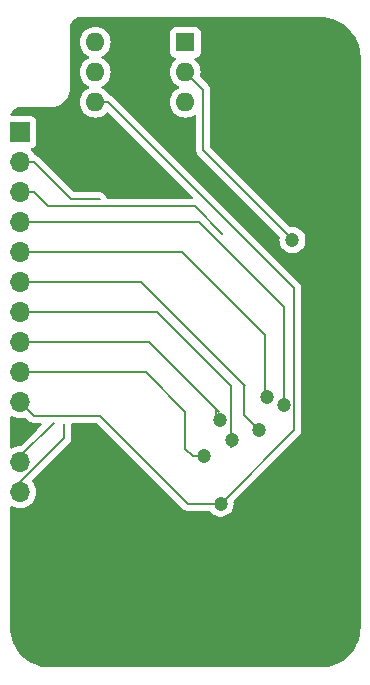
<source format=gbr>
%TF.GenerationSoftware,KiCad,Pcbnew,8.0.4-8.0.4-0~ubuntu22.04.1*%
%TF.CreationDate,2024-08-06T20:40:26+03:00*%
%TF.ProjectId,PM-ESPC3,504d2d45-5350-4433-932e-6b696361645f,rev?*%
%TF.SameCoordinates,Original*%
%TF.FileFunction,Copper,L2,Bot*%
%TF.FilePolarity,Positive*%
%FSLAX46Y46*%
G04 Gerber Fmt 4.6, Leading zero omitted, Abs format (unit mm)*
G04 Created by KiCad (PCBNEW 8.0.4-8.0.4-0~ubuntu22.04.1) date 2024-08-06 20:40:26*
%MOMM*%
%LPD*%
G01*
G04 APERTURE LIST*
%TA.AperFunction,ComponentPad*%
%ADD10O,1.000000X1.700000*%
%TD*%
%TA.AperFunction,ComponentPad*%
%ADD11R,1.600000X1.600000*%
%TD*%
%TA.AperFunction,ComponentPad*%
%ADD12O,1.600000X1.600000*%
%TD*%
%TA.AperFunction,ComponentPad*%
%ADD13R,1.700000X1.700000*%
%TD*%
%TA.AperFunction,ComponentPad*%
%ADD14O,1.700000X1.700000*%
%TD*%
%TA.AperFunction,ViaPad*%
%ADD15C,1.200000*%
%TD*%
%TA.AperFunction,Conductor*%
%ADD16C,0.200000*%
%TD*%
G04 APERTURE END LIST*
D10*
%TO.P,J1,5,GND*%
%TO.N,GND*%
X83820029Y-71119992D03*
X78170027Y-71119992D03*
%TD*%
D11*
%TO.P,SW3,1*%
%TO.N,/A1*%
X73660000Y-71120000D03*
D12*
%TO.P,SW3,2*%
%TO.N,/A2*%
X73660000Y-73660000D03*
%TO.P,SW3,3*%
%TO.N,/A3*%
X73660000Y-76200000D03*
%TO.P,SW3,4*%
%TO.N,+3.3V*%
X66040000Y-76200000D03*
%TO.P,SW3,5*%
X66040000Y-73660000D03*
%TO.P,SW3,6*%
X66040000Y-71120000D03*
%TD*%
D13*
%TO.P,J2,1,Pin_1*%
%TO.N,unconnected-(J2-Pin_1-Pad1)*%
X59690000Y-78740000D03*
D14*
%TO.P,J2,2,Pin_2*%
%TO.N,/GPIO2*%
X59690000Y-81280000D03*
%TO.P,J2,3,Pin_3*%
%TO.N,/GPIO3*%
X59690000Y-83820000D03*
%TO.P,J2,4,Pin_4*%
%TO.N,/GPIO9*%
X59690000Y-86360000D03*
%TO.P,J2,5,Pin_5*%
%TO.N,/GPIO8*%
X59690000Y-88900000D03*
%TO.P,J2,6,Pin_6*%
%TO.N,/GPIO7*%
X59690000Y-91440000D03*
%TO.P,J2,7,Pin_7*%
%TO.N,/GPIO6*%
X59690000Y-93980000D03*
%TO.P,J2,8,Pin_8*%
%TO.N,/GPIO5*%
X59690000Y-96520000D03*
%TO.P,J2,9,Pin_9*%
%TO.N,/GPIO4*%
X59690000Y-99060000D03*
%TO.P,J2,10,Pin_10*%
%TO.N,+3.3V*%
X59690000Y-101600000D03*
%TO.P,J2,11,Pin_11*%
%TO.N,GND*%
X59690000Y-104140000D03*
%TO.P,J2,12,Pin_12*%
%TO.N,/SDA*%
X59690000Y-106680000D03*
%TO.P,J2,13,Pin_13*%
%TO.N,/SCL*%
X59690000Y-109220000D03*
%TD*%
D13*
%TO.P,J3,1,Pin_1*%
%TO.N,GND*%
X86360000Y-119380000D03*
%TD*%
D15*
%TO.N,GND*%
X68580000Y-119380000D03*
X63500000Y-116840000D03*
X86360000Y-106680000D03*
X78740000Y-78740000D03*
X83820000Y-78740000D03*
%TO.N,/GPIO6*%
X77619900Y-104824500D03*
%TO.N,/GPIO5*%
X76575700Y-103108000D03*
%TO.N,/GPIO7*%
X79881800Y-103920000D03*
%TO.N,/GPIO4*%
X75229400Y-106189700D03*
%TO.N,/A2*%
X82732500Y-87860800D03*
%TO.N,/GPIO9*%
X81991700Y-101849800D03*
%TO.N,/GPIO8*%
X80591200Y-101172900D03*
%TO.N,+3.3V*%
X76649000Y-110194400D03*
%TD*%
D16*
%TO.N,/GPIO6*%
X77491900Y-100195000D02*
X77491900Y-104904100D01*
X71277400Y-93980000D02*
X77491900Y-100195000D01*
X59690000Y-93980000D02*
X71277400Y-93980000D01*
X77491900Y-104904100D02*
X77491900Y-105375000D01*
X77540300Y-104904100D02*
X77619900Y-104824500D01*
X77491900Y-104904100D02*
X77540300Y-104904100D01*
%TO.N,/SDA*%
X59690000Y-106189000D02*
X62503700Y-103375000D01*
X59690000Y-106680000D02*
X59690000Y-106189000D01*
%TO.N,/GPIO5*%
X76265600Y-102184000D02*
X76476800Y-102395000D01*
X70601400Y-96520000D02*
X76265600Y-102184000D01*
X59690000Y-96520000D02*
X70601400Y-96520000D01*
X76265600Y-102184000D02*
X76265600Y-102563000D01*
X76265600Y-102797900D02*
X76575700Y-103108000D01*
X76265600Y-102563000D02*
X76265600Y-102797900D01*
%TO.N,/GPIO7*%
X69923300Y-91440000D02*
X78664100Y-100181000D01*
X59690000Y-91440000D02*
X69923300Y-91440000D01*
X78664100Y-100181000D02*
X78739100Y-100256000D01*
X78664100Y-100181000D02*
X78664100Y-100321000D01*
X78664100Y-102702300D02*
X79881800Y-103920000D01*
X78664100Y-100321000D02*
X78664100Y-102702300D01*
%TO.N,/SCL*%
X63396600Y-104650000D02*
X63396600Y-103421000D01*
X59690000Y-108356000D02*
X63396600Y-104650000D01*
X59690000Y-109220000D02*
X59690000Y-108356000D01*
%TO.N,/GPIO3*%
X74474600Y-85018700D02*
X76785000Y-87329100D01*
X62040400Y-85018700D02*
X74474600Y-85018700D01*
X60841700Y-83820000D02*
X62040400Y-85018700D01*
X59690000Y-83820000D02*
X60841700Y-83820000D01*
%TO.N,/GPIO4*%
X73660100Y-102425000D02*
X73660100Y-105545000D01*
X73658500Y-102423000D02*
X73660100Y-102425000D01*
X70295500Y-99060000D02*
X73658500Y-102423000D01*
X59690000Y-99060000D02*
X70295500Y-99060000D01*
X74304800Y-106189700D02*
X75229400Y-106189700D01*
X73660100Y-105545000D02*
X74304800Y-106189700D01*
%TO.N,/GPIO2*%
X66076100Y-84415700D02*
X66413700Y-84415700D01*
X66074800Y-84417000D02*
X66076100Y-84415700D01*
X63978700Y-84417000D02*
X66074800Y-84417000D01*
X60841700Y-81280000D02*
X63978700Y-84417000D01*
X59690000Y-81280000D02*
X60841700Y-81280000D01*
X66074800Y-84417000D02*
X66185400Y-84417000D01*
%TO.N,/A2*%
X75184000Y-80265500D02*
X82583500Y-87665000D01*
X75184000Y-75184000D02*
X75184000Y-80265500D01*
X73660000Y-73660000D02*
X75184000Y-75184000D01*
X82583500Y-87711800D02*
X82583500Y-87665000D01*
X82732500Y-87860800D02*
X82583500Y-87711800D01*
%TO.N,/GPIO9*%
X74819200Y-86360000D02*
X81991700Y-93532500D01*
X59690000Y-86360000D02*
X74819200Y-86360000D01*
X81991700Y-93532500D02*
X82027400Y-93568200D01*
X81991700Y-93532500D02*
X81991700Y-101849800D01*
%TO.N,/GPIO8*%
X73400000Y-88900000D02*
X80414200Y-95914200D01*
X59690000Y-88900000D02*
X73400000Y-88900000D01*
X80414200Y-100995900D02*
X80591200Y-101172900D01*
X80414200Y-95914200D02*
X80414200Y-100995900D01*
%TO.N,+3.3V*%
X66040000Y-76200000D02*
X67141700Y-76200000D01*
X82893400Y-91951700D02*
X67141700Y-76200000D01*
X82893400Y-103950000D02*
X82893400Y-91951700D01*
X76649000Y-110194400D02*
X82893400Y-103950000D01*
X73873900Y-110194400D02*
X76649000Y-110194400D01*
X72930500Y-109251000D02*
X73873900Y-110194400D01*
X66431600Y-102752000D02*
X72930500Y-109251000D01*
X60842000Y-102752000D02*
X66431600Y-102752000D01*
X59690000Y-101600000D02*
X60842000Y-102752000D01*
%TD*%
%TA.AperFunction,Conductor*%
%TO.N,GND*%
G36*
X85093032Y-68980649D02*
G01*
X85165195Y-68984194D01*
X85418109Y-68996619D01*
X85430213Y-68997811D01*
X85749144Y-69045120D01*
X85761059Y-69047490D01*
X86073824Y-69125833D01*
X86085466Y-69129366D01*
X86135474Y-69147259D01*
X86389021Y-69237979D01*
X86400256Y-69242633D01*
X86488784Y-69284503D01*
X86691728Y-69380488D01*
X86702445Y-69386216D01*
X86940572Y-69528944D01*
X86978987Y-69551969D01*
X86989105Y-69558729D01*
X87248075Y-69750795D01*
X87257481Y-69758515D01*
X87496375Y-69975035D01*
X87504964Y-69983624D01*
X87590203Y-70077671D01*
X87721484Y-70222518D01*
X87729204Y-70231924D01*
X87921270Y-70490894D01*
X87928030Y-70501012D01*
X88093776Y-70777542D01*
X88099513Y-70788275D01*
X88237366Y-71079743D01*
X88242022Y-71090985D01*
X88350633Y-71394533D01*
X88354166Y-71406177D01*
X88432506Y-71718928D01*
X88434880Y-71730863D01*
X88482187Y-72049782D01*
X88483380Y-72061892D01*
X88499351Y-72386967D01*
X88499500Y-72393052D01*
X88499500Y-120646947D01*
X88499351Y-120653032D01*
X88483380Y-120978107D01*
X88482187Y-120990217D01*
X88434880Y-121309136D01*
X88432506Y-121321071D01*
X88354166Y-121633822D01*
X88350633Y-121645466D01*
X88242022Y-121949014D01*
X88237366Y-121960256D01*
X88099513Y-122251724D01*
X88093776Y-122262457D01*
X87928030Y-122538987D01*
X87921270Y-122549105D01*
X87729204Y-122808075D01*
X87721484Y-122817481D01*
X87504972Y-123056367D01*
X87496367Y-123064972D01*
X87257481Y-123281484D01*
X87248075Y-123289204D01*
X86989105Y-123481270D01*
X86978987Y-123488030D01*
X86702457Y-123653776D01*
X86691724Y-123659513D01*
X86400256Y-123797366D01*
X86389014Y-123802022D01*
X86085466Y-123910633D01*
X86073822Y-123914166D01*
X85761071Y-123992506D01*
X85749136Y-123994880D01*
X85430217Y-124042187D01*
X85418107Y-124043380D01*
X85093033Y-124059351D01*
X85086948Y-124059500D01*
X62233052Y-124059500D01*
X62226967Y-124059351D01*
X61901892Y-124043380D01*
X61889782Y-124042187D01*
X61570863Y-123994880D01*
X61558928Y-123992506D01*
X61246177Y-123914166D01*
X61234533Y-123910633D01*
X60930985Y-123802022D01*
X60919743Y-123797366D01*
X60628275Y-123659513D01*
X60617547Y-123653778D01*
X60341012Y-123488030D01*
X60330894Y-123481270D01*
X60071924Y-123289204D01*
X60062518Y-123281484D01*
X60021439Y-123244252D01*
X59823624Y-123064964D01*
X59815035Y-123056375D01*
X59598515Y-122817481D01*
X59590795Y-122808075D01*
X59398729Y-122549105D01*
X59391969Y-122538987D01*
X59226216Y-122262445D01*
X59220486Y-122251724D01*
X59082633Y-121960256D01*
X59077977Y-121949014D01*
X58969366Y-121645466D01*
X58965833Y-121633822D01*
X58961125Y-121615026D01*
X58887490Y-121321059D01*
X58885119Y-121309136D01*
X58837812Y-120990217D01*
X58836619Y-120978106D01*
X58820649Y-120653031D01*
X58820500Y-120646947D01*
X58820500Y-110498028D01*
X58840185Y-110430989D01*
X58892989Y-110385234D01*
X58962147Y-110375290D01*
X59006582Y-110392877D01*
X59007478Y-110391326D01*
X59012166Y-110394032D01*
X59012170Y-110394035D01*
X59226337Y-110493903D01*
X59454592Y-110555063D01*
X59642918Y-110571539D01*
X59689999Y-110575659D01*
X59690000Y-110575659D01*
X59690001Y-110575659D01*
X59729234Y-110572226D01*
X59925408Y-110555063D01*
X60153663Y-110493903D01*
X60367830Y-110394035D01*
X60561401Y-110258495D01*
X60728495Y-110091401D01*
X60864035Y-109897830D01*
X60963903Y-109683663D01*
X61025063Y-109455408D01*
X61045659Y-109220000D01*
X61044351Y-109205055D01*
X61025063Y-108984596D01*
X61025063Y-108984592D01*
X60963903Y-108756337D01*
X60864035Y-108542171D01*
X60728495Y-108348599D01*
X60728494Y-108348597D01*
X60725295Y-108345398D01*
X60691810Y-108284075D01*
X60696794Y-108214383D01*
X60725299Y-108170032D01*
X63759002Y-105136822D01*
X63759078Y-105136757D01*
X63765313Y-105130521D01*
X63765316Y-105130520D01*
X63821571Y-105074264D01*
X63876039Y-105019806D01*
X63877105Y-105018769D01*
X63877106Y-105018768D01*
X63877671Y-105017760D01*
X63919969Y-104944499D01*
X63955373Y-104883189D01*
X63956179Y-104881841D01*
X63956181Y-104881836D01*
X63956506Y-104880555D01*
X63975951Y-104807985D01*
X63975951Y-104807984D01*
X63975952Y-104807984D01*
X63975952Y-104807980D01*
X63997094Y-104729106D01*
X63997094Y-104729100D01*
X63997100Y-104729058D01*
X63997100Y-104656128D01*
X63997103Y-104621417D01*
X63997107Y-104570991D01*
X63997106Y-104570988D01*
X63997107Y-104563187D01*
X63997100Y-104563061D01*
X63997100Y-103476500D01*
X64016785Y-103409461D01*
X64069589Y-103363706D01*
X64121100Y-103352500D01*
X66131498Y-103352500D01*
X66198537Y-103372185D01*
X66219180Y-103388819D01*
X72442913Y-109612647D01*
X72442912Y-109612647D01*
X72465087Y-109634822D01*
X72465088Y-109634824D01*
X72568845Y-109738581D01*
X72568851Y-109738586D01*
X73389039Y-110558774D01*
X73389049Y-110558785D01*
X73393379Y-110563115D01*
X73393380Y-110563116D01*
X73505184Y-110674920D01*
X73591995Y-110725039D01*
X73591997Y-110725041D01*
X73630051Y-110747011D01*
X73642115Y-110753977D01*
X73794843Y-110794900D01*
X73952957Y-110794900D01*
X75661688Y-110794900D01*
X75728727Y-110814585D01*
X75760642Y-110844173D01*
X75832237Y-110938981D01*
X75982958Y-111076380D01*
X75982960Y-111076382D01*
X76082141Y-111137792D01*
X76156363Y-111183748D01*
X76346544Y-111257424D01*
X76547024Y-111294900D01*
X76547026Y-111294900D01*
X76750974Y-111294900D01*
X76750976Y-111294900D01*
X76951456Y-111257424D01*
X77141637Y-111183748D01*
X77315041Y-111076381D01*
X77465764Y-110938979D01*
X77588673Y-110776221D01*
X77679582Y-110593650D01*
X77735397Y-110397483D01*
X77754215Y-110194400D01*
X77737877Y-110018086D01*
X77751292Y-109949519D01*
X77773664Y-109918969D01*
X83251906Y-104440728D01*
X83251911Y-104440724D01*
X83262114Y-104430520D01*
X83262116Y-104430520D01*
X83373920Y-104318716D01*
X83437553Y-104208500D01*
X83452977Y-104181785D01*
X83493900Y-104029057D01*
X83493900Y-103870943D01*
X83493900Y-92040760D01*
X83493901Y-92040747D01*
X83493901Y-91872644D01*
X83452976Y-91719914D01*
X83452973Y-91719909D01*
X83373924Y-91582990D01*
X83373918Y-91582982D01*
X67629290Y-75838355D01*
X67629288Y-75838352D01*
X67510417Y-75719481D01*
X67510416Y-75719480D01*
X67415220Y-75664519D01*
X67373485Y-75640423D01*
X67246668Y-75606442D01*
X67187010Y-75570078D01*
X67171376Y-75548667D01*
X67170575Y-75547281D01*
X67170568Y-75547266D01*
X67040047Y-75360861D01*
X67040045Y-75360858D01*
X66879141Y-75199954D01*
X66692734Y-75069432D01*
X66692728Y-75069429D01*
X66665038Y-75056517D01*
X66634724Y-75042381D01*
X66582285Y-74996210D01*
X66563133Y-74929017D01*
X66583348Y-74862135D01*
X66634725Y-74817618D01*
X66692734Y-74790568D01*
X66879139Y-74660047D01*
X67040047Y-74499139D01*
X67170568Y-74312734D01*
X67266739Y-74106496D01*
X67325635Y-73886692D01*
X67345468Y-73660000D01*
X67345468Y-73659998D01*
X72354532Y-73659998D01*
X72354532Y-73660001D01*
X72374364Y-73886686D01*
X72374366Y-73886697D01*
X72433258Y-74106488D01*
X72433261Y-74106497D01*
X72529431Y-74312732D01*
X72529432Y-74312734D01*
X72659954Y-74499141D01*
X72820858Y-74660045D01*
X72820861Y-74660047D01*
X73007266Y-74790568D01*
X73065275Y-74817618D01*
X73117714Y-74863791D01*
X73136866Y-74930984D01*
X73116650Y-74997865D01*
X73065275Y-75042382D01*
X73007267Y-75069431D01*
X73007265Y-75069432D01*
X72820858Y-75199954D01*
X72659954Y-75360858D01*
X72529432Y-75547265D01*
X72529431Y-75547267D01*
X72433261Y-75753502D01*
X72433258Y-75753511D01*
X72374366Y-75973302D01*
X72374364Y-75973313D01*
X72354532Y-76199998D01*
X72354532Y-76200001D01*
X72374364Y-76426686D01*
X72374366Y-76426697D01*
X72433258Y-76646488D01*
X72433261Y-76646497D01*
X72529431Y-76852732D01*
X72529432Y-76852734D01*
X72659954Y-77039141D01*
X72820858Y-77200045D01*
X72820861Y-77200047D01*
X73007266Y-77330568D01*
X73213504Y-77426739D01*
X73433308Y-77485635D01*
X73595230Y-77499801D01*
X73659998Y-77505468D01*
X73660000Y-77505468D01*
X73660002Y-77505468D01*
X73716673Y-77500509D01*
X73886692Y-77485635D01*
X74106496Y-77426739D01*
X74312734Y-77330568D01*
X74388378Y-77277601D01*
X74454583Y-77255275D01*
X74522350Y-77272285D01*
X74570163Y-77323233D01*
X74583500Y-77379177D01*
X74583500Y-80178830D01*
X74583499Y-80178848D01*
X74583499Y-80344554D01*
X74583498Y-80344554D01*
X74624423Y-80497285D01*
X74653358Y-80547400D01*
X74653359Y-80547404D01*
X74653360Y-80547404D01*
X74703479Y-80634214D01*
X74703481Y-80634217D01*
X74822349Y-80753085D01*
X74822355Y-80753090D01*
X81612623Y-87543358D01*
X81646108Y-87604681D01*
X81646831Y-87653823D01*
X81646102Y-87657718D01*
X81627285Y-87860799D01*
X81627285Y-87860800D01*
X81646102Y-88063882D01*
X81701917Y-88260047D01*
X81701922Y-88260060D01*
X81792827Y-88442621D01*
X81915737Y-88605381D01*
X82066458Y-88742780D01*
X82066460Y-88742782D01*
X82165641Y-88804192D01*
X82239863Y-88850148D01*
X82430044Y-88923824D01*
X82630524Y-88961300D01*
X82630526Y-88961300D01*
X82834474Y-88961300D01*
X82834476Y-88961300D01*
X83034956Y-88923824D01*
X83225137Y-88850148D01*
X83398541Y-88742781D01*
X83549264Y-88605379D01*
X83672173Y-88442621D01*
X83763082Y-88260050D01*
X83818897Y-88063883D01*
X83837715Y-87860800D01*
X83832972Y-87809619D01*
X83818897Y-87657717D01*
X83800982Y-87594753D01*
X83763082Y-87461550D01*
X83672173Y-87278979D01*
X83549264Y-87116221D01*
X83549262Y-87116218D01*
X83398541Y-86978819D01*
X83398539Y-86978817D01*
X83225142Y-86871455D01*
X83225135Y-86871451D01*
X83130046Y-86834614D01*
X83034956Y-86797776D01*
X82834476Y-86760300D01*
X82630524Y-86760300D01*
X82630520Y-86760300D01*
X82608421Y-86764431D01*
X82538906Y-86757399D01*
X82497958Y-86730223D01*
X75820819Y-80053084D01*
X75787334Y-79991761D01*
X75784500Y-79965403D01*
X75784500Y-75104945D01*
X75784500Y-75104943D01*
X75743577Y-74952216D01*
X75730183Y-74929017D01*
X75664524Y-74815290D01*
X75664521Y-74815286D01*
X75664520Y-74815284D01*
X75552716Y-74703480D01*
X75552715Y-74703479D01*
X75548385Y-74699149D01*
X75548374Y-74699139D01*
X74951941Y-74102706D01*
X74918456Y-74041383D01*
X74919847Y-73982931D01*
X74945635Y-73886692D01*
X74965468Y-73660000D01*
X74945635Y-73433308D01*
X74886739Y-73213504D01*
X74790568Y-73007266D01*
X74660047Y-72820861D01*
X74660045Y-72820858D01*
X74499143Y-72659956D01*
X74474536Y-72642726D01*
X74430912Y-72588149D01*
X74423719Y-72518650D01*
X74455241Y-72456296D01*
X74515471Y-72420882D01*
X74532404Y-72417861D01*
X74567483Y-72414091D01*
X74702331Y-72363796D01*
X74817546Y-72277546D01*
X74903796Y-72162331D01*
X74954091Y-72027483D01*
X74960500Y-71967873D01*
X74960499Y-70272128D01*
X74954091Y-70212517D01*
X74919567Y-70119954D01*
X74903797Y-70077671D01*
X74903793Y-70077664D01*
X74817547Y-69962455D01*
X74817544Y-69962452D01*
X74702335Y-69876206D01*
X74702328Y-69876202D01*
X74567482Y-69825908D01*
X74567483Y-69825908D01*
X74507883Y-69819501D01*
X74507881Y-69819500D01*
X74507873Y-69819500D01*
X74507864Y-69819500D01*
X72812129Y-69819500D01*
X72812123Y-69819501D01*
X72752516Y-69825908D01*
X72617671Y-69876202D01*
X72617664Y-69876206D01*
X72502455Y-69962452D01*
X72502452Y-69962455D01*
X72416206Y-70077664D01*
X72416202Y-70077671D01*
X72365908Y-70212517D01*
X72363822Y-70231924D01*
X72359501Y-70272123D01*
X72359500Y-70272135D01*
X72359500Y-71967870D01*
X72359501Y-71967876D01*
X72365908Y-72027483D01*
X72416202Y-72162328D01*
X72416206Y-72162335D01*
X72502452Y-72277544D01*
X72502455Y-72277547D01*
X72617664Y-72363793D01*
X72617671Y-72363797D01*
X72662618Y-72380561D01*
X72752517Y-72414091D01*
X72787596Y-72417862D01*
X72852144Y-72444599D01*
X72891993Y-72501991D01*
X72894488Y-72571816D01*
X72858836Y-72631905D01*
X72845464Y-72642725D01*
X72820858Y-72659954D01*
X72659954Y-72820858D01*
X72529432Y-73007265D01*
X72529431Y-73007267D01*
X72433261Y-73213502D01*
X72433258Y-73213511D01*
X72374366Y-73433302D01*
X72374364Y-73433313D01*
X72354532Y-73659998D01*
X67345468Y-73659998D01*
X67325635Y-73433308D01*
X67266739Y-73213504D01*
X67170568Y-73007266D01*
X67040047Y-72820861D01*
X67040045Y-72820858D01*
X66879141Y-72659954D01*
X66692734Y-72529432D01*
X66692728Y-72529429D01*
X66634725Y-72502382D01*
X66582285Y-72456210D01*
X66563133Y-72389017D01*
X66583348Y-72322135D01*
X66634725Y-72277618D01*
X66692734Y-72250568D01*
X66879139Y-72120047D01*
X67040047Y-71959139D01*
X67170568Y-71772734D01*
X67266739Y-71566496D01*
X67325635Y-71346692D01*
X67345468Y-71120000D01*
X67325635Y-70893308D01*
X67266739Y-70673504D01*
X67170568Y-70467266D01*
X67040047Y-70280861D01*
X67040045Y-70280858D01*
X66879141Y-70119954D01*
X66692734Y-69989432D01*
X66692732Y-69989431D01*
X66486497Y-69893261D01*
X66486488Y-69893258D01*
X66266697Y-69834366D01*
X66266693Y-69834365D01*
X66266692Y-69834365D01*
X66266691Y-69834364D01*
X66266686Y-69834364D01*
X66040002Y-69814532D01*
X66039998Y-69814532D01*
X65813313Y-69834364D01*
X65813302Y-69834366D01*
X65593511Y-69893258D01*
X65593502Y-69893261D01*
X65387267Y-69989431D01*
X65387265Y-69989432D01*
X65200858Y-70119954D01*
X65039954Y-70280858D01*
X64909432Y-70467265D01*
X64909431Y-70467267D01*
X64813261Y-70673502D01*
X64813258Y-70673511D01*
X64754366Y-70893302D01*
X64754364Y-70893313D01*
X64734532Y-71119998D01*
X64734532Y-71120001D01*
X64754364Y-71346686D01*
X64754366Y-71346697D01*
X64813258Y-71566488D01*
X64813261Y-71566497D01*
X64909431Y-71772732D01*
X64909432Y-71772734D01*
X65039954Y-71959141D01*
X65200858Y-72120045D01*
X65200861Y-72120047D01*
X65387266Y-72250568D01*
X65445275Y-72277618D01*
X65497714Y-72323791D01*
X65516866Y-72390984D01*
X65496650Y-72457865D01*
X65445275Y-72502382D01*
X65387267Y-72529431D01*
X65387265Y-72529432D01*
X65200858Y-72659954D01*
X65039954Y-72820858D01*
X64909432Y-73007265D01*
X64909431Y-73007267D01*
X64813261Y-73213502D01*
X64813258Y-73213511D01*
X64754366Y-73433302D01*
X64754364Y-73433313D01*
X64734532Y-73659998D01*
X64734532Y-73660001D01*
X64754364Y-73886686D01*
X64754366Y-73886697D01*
X64813258Y-74106488D01*
X64813261Y-74106497D01*
X64909431Y-74312732D01*
X64909432Y-74312734D01*
X65039954Y-74499141D01*
X65200858Y-74660045D01*
X65200861Y-74660047D01*
X65387266Y-74790568D01*
X65445275Y-74817618D01*
X65497714Y-74863791D01*
X65516866Y-74930984D01*
X65496650Y-74997865D01*
X65445275Y-75042382D01*
X65387267Y-75069431D01*
X65387265Y-75069432D01*
X65200858Y-75199954D01*
X65039954Y-75360858D01*
X64909432Y-75547265D01*
X64909431Y-75547267D01*
X64813261Y-75753502D01*
X64813258Y-75753511D01*
X64754366Y-75973302D01*
X64754364Y-75973313D01*
X64734532Y-76199998D01*
X64734532Y-76200001D01*
X64754364Y-76426686D01*
X64754366Y-76426697D01*
X64813258Y-76646488D01*
X64813261Y-76646497D01*
X64909431Y-76852732D01*
X64909432Y-76852734D01*
X65039954Y-77039141D01*
X65200858Y-77200045D01*
X65200861Y-77200047D01*
X65387266Y-77330568D01*
X65593504Y-77426739D01*
X65813308Y-77485635D01*
X65975230Y-77499801D01*
X66039998Y-77505468D01*
X66040000Y-77505468D01*
X66040002Y-77505468D01*
X66096673Y-77500509D01*
X66266692Y-77485635D01*
X66486496Y-77426739D01*
X66692734Y-77330568D01*
X66879139Y-77200047D01*
X66930241Y-77148945D01*
X66998145Y-77081042D01*
X67059468Y-77047557D01*
X67129160Y-77052541D01*
X67173507Y-77081042D01*
X74298984Y-84206519D01*
X74332469Y-84267842D01*
X74327485Y-84337534D01*
X74285613Y-84393467D01*
X74220149Y-84417884D01*
X74211303Y-84418200D01*
X67131201Y-84418200D01*
X67064162Y-84398515D01*
X67018407Y-84345711D01*
X67011428Y-84326300D01*
X66973277Y-84183916D01*
X66973273Y-84183909D01*
X66894224Y-84046990D01*
X66894218Y-84046982D01*
X66782417Y-83935181D01*
X66782409Y-83935175D01*
X66645490Y-83856126D01*
X66645486Y-83856124D01*
X66645484Y-83856123D01*
X66492757Y-83815200D01*
X66155157Y-83815200D01*
X65997042Y-83815200D01*
X65995219Y-83815440D01*
X65979038Y-83816500D01*
X64278797Y-83816500D01*
X64211758Y-83796815D01*
X64191116Y-83780181D01*
X61329290Y-80918355D01*
X61329288Y-80918352D01*
X61210417Y-80799481D01*
X61210409Y-80799475D01*
X61117821Y-80746020D01*
X61117819Y-80746019D01*
X61073490Y-80720425D01*
X61073483Y-80720422D01*
X60952994Y-80688136D01*
X60893334Y-80651771D01*
X60872708Y-80620768D01*
X60864038Y-80602176D01*
X60864034Y-80602169D01*
X60728496Y-80408600D01*
X60728495Y-80408599D01*
X60606567Y-80286671D01*
X60573084Y-80225351D01*
X60578068Y-80155659D01*
X60619939Y-80099725D01*
X60650915Y-80082810D01*
X60782331Y-80033796D01*
X60897546Y-79947546D01*
X60983796Y-79832331D01*
X61034091Y-79697483D01*
X61040500Y-79637873D01*
X61040499Y-77842128D01*
X61034091Y-77782517D01*
X60983796Y-77647669D01*
X60983795Y-77647668D01*
X60983793Y-77647664D01*
X60897547Y-77532455D01*
X60897544Y-77532452D01*
X60782335Y-77446206D01*
X60782328Y-77446202D01*
X60647482Y-77395908D01*
X60647483Y-77395908D01*
X60587883Y-77389501D01*
X60587881Y-77389500D01*
X60587873Y-77389500D01*
X60587865Y-77389500D01*
X58977364Y-77389500D01*
X58910325Y-77369815D01*
X58864570Y-77317011D01*
X58854626Y-77247853D01*
X58858703Y-77229506D01*
X58883145Y-77148931D01*
X58892438Y-77126495D01*
X58961283Y-76997696D01*
X58974779Y-76977497D01*
X59067427Y-76864606D01*
X59084606Y-76847427D01*
X59197497Y-76754779D01*
X59217696Y-76741283D01*
X59346495Y-76672438D01*
X59368928Y-76663146D01*
X59508688Y-76620750D01*
X59532519Y-76616010D01*
X59683938Y-76601096D01*
X59696092Y-76600500D01*
X62349476Y-76600500D01*
X62349477Y-76600500D01*
X62543609Y-76572587D01*
X62585992Y-76566494D01*
X62585993Y-76566493D01*
X62585997Y-76566493D01*
X62815271Y-76499172D01*
X63032630Y-76399908D01*
X63233650Y-76270720D01*
X63414239Y-76114239D01*
X63570720Y-75933650D01*
X63699908Y-75732630D01*
X63799172Y-75515271D01*
X63866493Y-75285997D01*
X63869837Y-75262743D01*
X63878864Y-75199953D01*
X63900500Y-75049477D01*
X63900500Y-74930000D01*
X63900500Y-74872417D01*
X63900500Y-69856092D01*
X63901097Y-69843938D01*
X63909510Y-69758515D01*
X63916010Y-69692519D01*
X63920750Y-69668688D01*
X63963146Y-69528928D01*
X63972438Y-69506495D01*
X64041283Y-69377696D01*
X64054779Y-69357497D01*
X64147427Y-69244606D01*
X64164606Y-69227427D01*
X64277497Y-69134779D01*
X64297696Y-69121283D01*
X64426495Y-69052438D01*
X64448928Y-69043146D01*
X64588688Y-69000750D01*
X64612519Y-68996010D01*
X64763938Y-68981096D01*
X64776092Y-68980500D01*
X64827583Y-68980500D01*
X85032417Y-68980500D01*
X85086948Y-68980500D01*
X85093032Y-68980649D01*
G37*
%TD.AperFunction*%
%TA.AperFunction,Conductor*%
G36*
X59006582Y-102772877D02*
G01*
X59007478Y-102771326D01*
X59012166Y-102774032D01*
X59012170Y-102774035D01*
X59226337Y-102873903D01*
X59454592Y-102935063D01*
X59628748Y-102950300D01*
X59689999Y-102955659D01*
X59690000Y-102955659D01*
X59690001Y-102955659D01*
X59751252Y-102950300D01*
X59925408Y-102935063D01*
X60053757Y-102900672D01*
X60123606Y-102902335D01*
X60173531Y-102932766D01*
X60357139Y-103116374D01*
X60357149Y-103116385D01*
X60361479Y-103120715D01*
X60361480Y-103120716D01*
X60473284Y-103232520D01*
X60552786Y-103278420D01*
X60552787Y-103278421D01*
X60610209Y-103311574D01*
X60610212Y-103311576D01*
X60610214Y-103311576D01*
X60610215Y-103311577D01*
X60762943Y-103352501D01*
X60762946Y-103352501D01*
X60928653Y-103352501D01*
X60928669Y-103352500D01*
X61377668Y-103352500D01*
X61444707Y-103372185D01*
X61490462Y-103424989D01*
X61500406Y-103494147D01*
X61471381Y-103557703D01*
X61465360Y-103564170D01*
X61097721Y-103931849D01*
X59738764Y-105290949D01*
X59677442Y-105324437D01*
X59661886Y-105326800D01*
X59454596Y-105344936D01*
X59454586Y-105344938D01*
X59226344Y-105406094D01*
X59226335Y-105406097D01*
X59012172Y-105505964D01*
X59007485Y-105508671D01*
X59006338Y-105506684D01*
X58949392Y-105525876D01*
X58881628Y-105508852D01*
X58833825Y-105457894D01*
X58820500Y-105401973D01*
X58820500Y-102878028D01*
X58840185Y-102810989D01*
X58892989Y-102765234D01*
X58962147Y-102755290D01*
X59006582Y-102772877D01*
G37*
%TD.AperFunction*%
%TD*%
M02*

</source>
